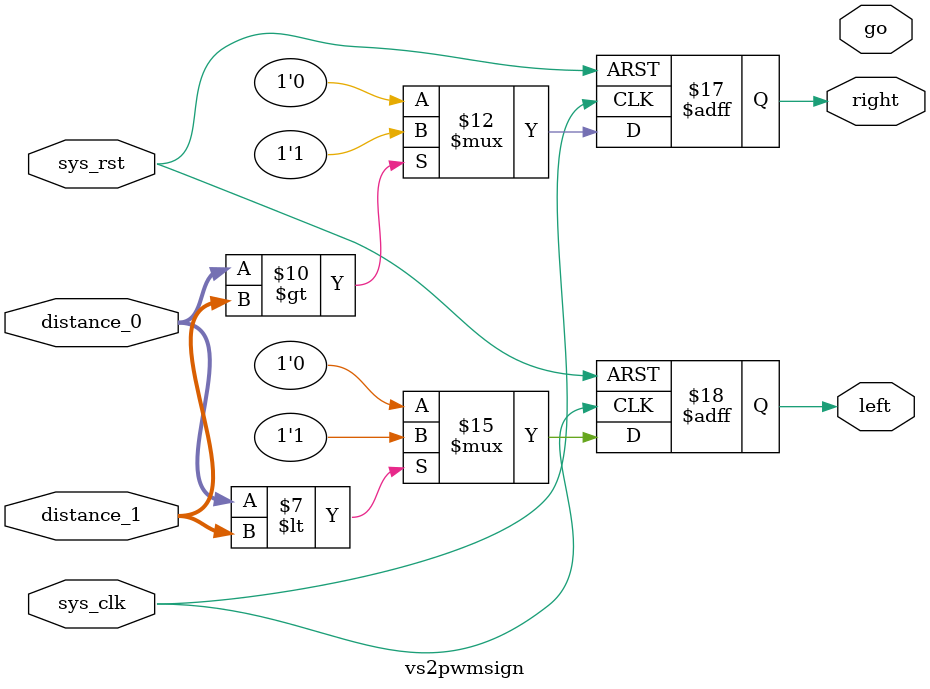
<source format=v>
`timescale 1ns / 1ps


module vs2pwmsign(
    input           sys_clk,
    input           sys_rst,
    input [15:0]    distance_0,
    input [15:0]    distance_1,

    output reg      left,
    output reg      right,
    output reg      go
    );

    parameter distance_min = 500;

    wire  stop_flag;

    assign stop_flag = (distance_0 == distance_1 && distance_0 == distance_min) ? 1 : 0;

    always @(posedge sys_clk or negedge sys_rst) begin
        if (!sys_rst) begin
            left <= 0;
        end
        else begin
            if(distance_0 < distance_1) begin
                left <= 1;
            end
            else begin
                left <= 0;
            end
        end
    end

    always @(posedge sys_clk or negedge sys_rst) begin
        if (!sys_rst) begin
            right <= 0;
        end
        else begin
            if(distance_0 > distance_1) begin
                right <= 1;
            end
            else begin
                right <= 0;
            end
        end
    end

endmodule

</source>
